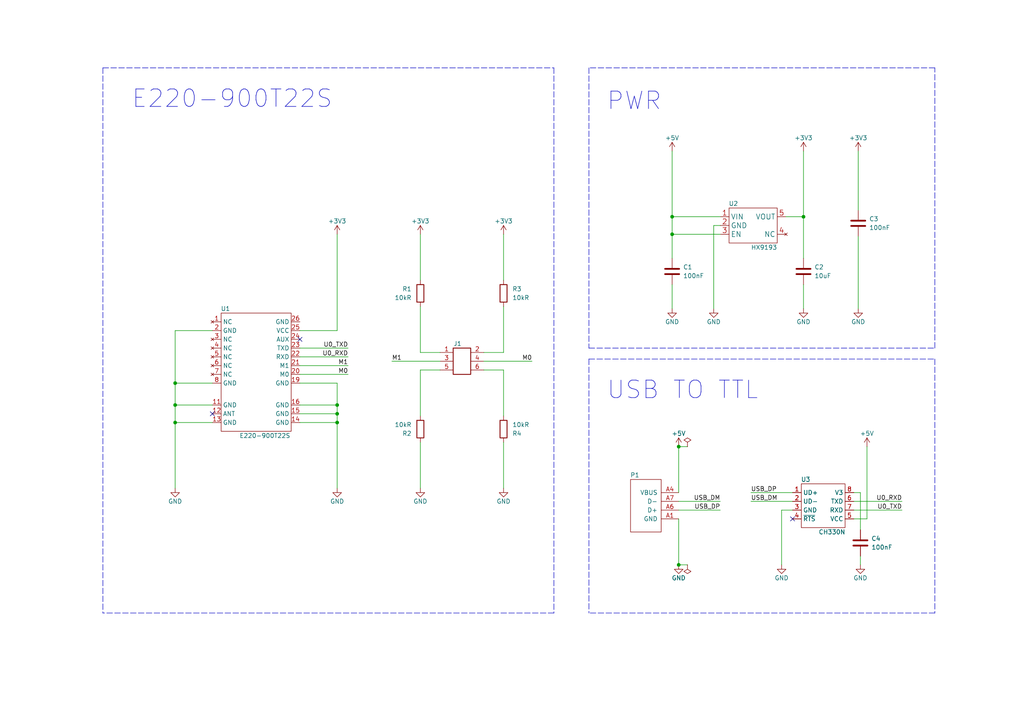
<source format=kicad_sch>
(kicad_sch (version 20211123) (generator eeschema)
  (paper "A4")
  (title_block (title "UART TT PC") (date "2022-03-10") (rev "1.0.1"))
  (lib_symbols
    (symbol "Connector:USB_C_Plug_USB2.0" (pin_names (offset 1.016))
      (property "Reference" "P" (at 0 16.51 0))
      (property "Value" "USB_C_Plug_USB2.0" (at 19.05 -1.27 0))
      (symbol "USB_C_Plug_USB2.0_0_0"
        (pin no_connect line (at -2.54 11.43 0) (length 2.54) hide (name "NC") (number "A5"))
        (pin no_connect line (at -2.54 8.89 0) (length 2.54) hide (name "NC") (number "A8"))
        (pin no_connect line (at -2.54 6.35 0) (length 2.54) hide (name "NC") (number "B5"))
        (pin no_connect line (at -2.54 3.81 0) (length 2.54) hide (name "NC") (number "B8"))
      )
      (symbol "USB_C_Plug_USB2.0_0_1"
        (rectangle (start 0 15.24) (end 8.89 0))
      )
      (symbol "USB_C_Plug_USB2.0_1_1"
        (pin passive line (at 13.97 3.81 180) (length 5.08) (name "GND") (number "A1"))
        (pin passive line (at 13.97 3.81 180) (length 5.08) hide (name "GND") (number "A12"))
        (pin passive line (at 13.97 11.43 180) (length 5.08) (name "VBUS") (number "A4"))
        (pin bidirectional line (at 13.97 6.35 180) (length 5.08) (name "D+") (number "A6"))
        (pin bidirectional line (at 13.97 8.89 180) (length 5.08) (name "D-") (number "A7"))
        (pin passive line (at 13.97 11.43 180) (length 5.08) hide (name "VBUS") (number "A9"))
        (pin passive line (at 13.97 3.81 180) (length 5.08) hide (name "GND") (number "B1"))
        (pin passive line (at 13.97 3.81 180) (length 5.08) hide (name "GND") (number "B12"))
        (pin passive line (at 13.97 11.43 180) (length 5.08) hide (name "VBUS") (number "B4"))
        (pin bidirectional line (at 13.97 6.35 180) (length 5.08) hide (name "D+") (number "B6"))
        (pin bidirectional line (at 13.97 8.89 180) (length 5.08) hide (name "D-") (number "B7"))
        (pin passive line (at 13.97 11.43 180) (length 5.08) hide (name "VBUS") (number "B9"))
      )
    )
    (symbol "Connector_Generic:Conn_02x03_Odd_Even" (pin_names (offset 1.016) hide)
      (property "Reference" "J" (at 1.27 5.08 0))
      (property "Value" "Conn_02x03_Odd_Even" (at 1.27 -5.08 0))
      (symbol "Conn_02x03_Odd_Even_1_1"
        (rectangle (start -1.27 3.81) (end 3.81 -3.81) (stroke (width 0.254)))
        (pin passive line (at -5.08 2.54 0) (length 3.81) (name "Pin_1") (number "1"))
        (pin passive line (at 7.62 2.54 180) (length 3.81) (name "Pin_2") (number "2"))
        (pin passive line (at -5.08 0 0) (length 3.81) (name "Pin_3") (number "3"))
        (pin passive line (at 7.62 0 180) (length 3.81) (name "Pin_4") (number "4"))
        (pin passive line (at -5.08 -2.54 0) (length 3.81) (name "Pin_5") (number "5"))
        (pin passive line (at 7.62 -2.54 180) (length 3.81) (name "Pin_6") (number "6"))
      )
    )
    (symbol "Device:C" (pin_numbers hide) (pin_names (offset 0.254))
      (property "Reference" "C" (at 0.635 2.54 0))
      (property "Value" "C" (at 0.635 -2.54 0))
      (symbol "C_0_1"
        (polyline (pts (xy -2.032 -0.762) (xy 2.032 -0.762)) (stroke (width 0.508)))
        (polyline (pts (xy -2.032 0.762) (xy 2.032 0.762)) (stroke (width 0.508)))
      )
      (symbol "C_1_1"
        (pin passive line (at 0 3.81 270) (length 2.794) (name "~") (number "1"))
        (pin passive line (at 0 -3.81 90) (length 2.794) (name "~") (number "2"))
      )
    )
    (symbol "Device:R" (pin_numbers hide) (pin_names (offset 0))
      (property "Reference" "R" (at 2.032 0 90))
      (property "Value" "R" (at 0 0 90))
      (symbol "R_0_1"
        (rectangle (start -1.016 -2.54) (end 1.016 2.54) (stroke (width 0.254)))
      )
      (symbol "R_1_1"
        (pin passive line (at 0 3.81 270) (length 1.27) (name "~") (number "1"))
        (pin passive line (at 0 -3.81 90) (length 1.27) (name "~") (number "2"))
      )
    )
    (symbol "ESP8266:HX9193"
      (property "Reference" "U" (at 1.27 11.43 0))
      (property "Value" "HX9193" (at 10.16 -1.27 0))
      (symbol "HX9193_0_1"
        (rectangle (start 0 10.16) (end 13.97 0))
      )
      (symbol "HX9193_1_1"
        (pin power_in line (at -2.54 7.62 0) (length 2.54) (name "VIN") (number "1"))
        (pin power_in line (at -2.54 5.08 0) (length 2.54) (name "GND") (number "2"))
        (pin input line (at -2.54 2.54 0) (length 2.54) (name "EN") (number "3"))
        (pin no_connect line (at 16.51 2.54 180) (length 2.54) (name "NC") (number "4"))
        (pin power_out line (at 16.51 7.62 180) (length 2.54) (name "VOUT") (number "5"))
      )
    )
    (symbol "Interface_USB:CH330N"
      (property "Reference" "U" (at 0 13.97 0))
      (property "Value" "CH330N" (at 15.24 -1.27 0))
      (symbol "CH330N_0_1"
        (rectangle (start 0 12.7) (end 12.7 0))
      )
      (symbol "CH330N_1_1"
        (pin bidirectional line (at -2.54 10.16 0) (length 2.54) (name "UD+") (number "1"))
        (pin bidirectional line (at -2.54 7.62 0) (length 2.54) (name "UD-") (number "2"))
        (pin power_in line (at -2.54 5.08 0) (length 2.54) (name "GND") (number "3"))
        (pin output line (at -2.54 2.54 0) (length 2.54) (name "~{RTS}") (number "4"))
        (pin power_in line (at 15.24 2.54 180) (length 2.54) (name "VCC") (number "5"))
        (pin output line (at 15.24 7.62 180) (length 2.54) (name "TXD") (number "6"))
        (pin input line (at 15.24 5.08 180) (length 2.54) (name "RXD") (number "7"))
        (pin passive line (at 15.24 10.16 180) (length 2.54) (name "V3") (number "8"))
      )
    )
    (symbol "TTLibrary:E220-900T22S"
      (property "Reference" "U" (at 1.27 35.56 0))
      (property "Value" "E220-900T22S" (at 13.97 -1.27 0))
      (symbol "E220-900T22S_0_1"
        (rectangle (start 0 34.29) (end 20.32 0))
      )
      (symbol "E220-900T22S_1_1"
        (pin no_connect line (at -2.54 31.75 0) (length 2.54) (name "NC") (number "1"))
        (pin power_in line (at -2.54 7.62 0) (length 2.54) (name "GND") (number "11"))
        (pin bidirectional line (at -2.54 5.08 0) (length 2.54) (name "ANT") (number "12"))
        (pin power_in line (at -2.54 2.54 0) (length 2.54) (name "GND") (number "13"))
        (pin power_in line (at 22.86 2.54 180) (length 2.54) (name "GND") (number "14"))
        (pin power_in line (at 22.86 5.08 180) (length 2.54) (name "GND") (number "15"))
        (pin power_in line (at 22.86 7.62 180) (length 2.54) (name "GND") (number "16"))
        (pin power_in line (at 22.86 13.97 180) (length 2.54) (name "GND") (number "19"))
        (pin power_in line (at -2.54 29.21 0) (length 2.54) (name "GND") (number "2"))
        (pin input line (at 22.86 16.51 180) (length 2.54) (name "M0") (number "20"))
        (pin input line (at 22.86 19.05 180) (length 2.54) (name "M1") (number "21"))
        (pin input line (at 22.86 21.59 180) (length 2.54) (name "RXD") (number "22"))
        (pin output line (at 22.86 24.13 180) (length 2.54) (name "TXD") (number "23"))
        (pin output line (at 22.86 26.67 180) (length 2.54) (name "AUX") (number "24"))
        (pin power_in line (at 22.86 29.21 180) (length 2.54) (name "VCC") (number "25"))
        (pin power_in line (at 22.86 31.75 180) (length 2.54) (name "GND") (number "26"))
        (pin no_connect line (at -2.54 26.67 0) (length 2.54) (name "NC") (number "3"))
        (pin no_connect line (at -2.54 24.13 0) (length 2.54) (name "NC") (number "4"))
        (pin no_connect line (at -2.54 21.59 0) (length 2.54) (name "NC") (number "5"))
        (pin no_connect line (at -2.54 19.05 0) (length 2.54) (name "NC") (number "6"))
        (pin no_connect line (at -2.54 16.51 0) (length 2.54) (name "NC") (number "7"))
        (pin power_in line (at -2.54 13.97 0) (length 2.54) (name "GND") (number "8"))
      )
    )
    (symbol "power:+3.3V" (power) (pin_names (offset 0))
      (property "Value" "+3.3V" (at 0 3.556 0))
      (symbol "+3.3V_0_1"
        (polyline (pts (xy -0.762 1.27) (xy 0 2.54)))
        (polyline (pts (xy 0 0) (xy 0 2.54)))
        (polyline (pts (xy 0 2.54) (xy 0.762 1.27)))
      )
      (symbol "+3.3V_1_1"
        (pin power_in line (at 0 0 90) (length 0) hide (name "+3V3") (number "1"))
      )
    )
    (symbol "power:+5V" (power) (pin_names (offset 0))
      (property "Value" "+5V" (at 0 3.556 0))
      (symbol "+5V_0_1"
        (polyline (pts (xy -0.762 1.27) (xy 0 2.54)))
        (polyline (pts (xy 0 0) (xy 0 2.54)))
        (polyline (pts (xy 0 2.54) (xy 0.762 1.27)))
      )
      (symbol "+5V_1_1"
        (pin power_in line (at 0 0 90) (length 0) hide (name "+5V") (number "1"))
      )
    )
    (symbol "power:GND" (power) (pin_names (offset 0))
      (property "Value" "GND" (at 0 -3.81 0))
      (symbol "GND_0_1"
        (polyline (pts (xy 0 0) (xy 0 -1.27) (xy 1.27 -1.27) (xy 0 -2.54) (xy -1.27 -1.27) (xy 0 -1.27)))
      )
      (symbol "GND_1_1"
        (pin power_in line (at 0 0 270) (length 0) hide (name "GND") (number "1"))
      )
    )
    (symbol "power:PWR_FLAG" (power) (pin_numbers hide) (pin_names (offset 0) hide)
      (property "Value" "PWR_FLAG" (at 0 3.81 0))
      (symbol "PWR_FLAG_0_0"
        (pin power_out line (at 0 0 90) (length 0) (name "pwr") (number "1"))
      )
      (symbol "PWR_FLAG_0_1"
        (polyline (pts (xy 0 0) (xy 0 1.27) (xy -1.016 1.905) (xy 0 2.54) (xy 1.016 1.905) (xy 0 1.27)))
      )
    )
  )
  (junction (at 194.945 62.865))
  (junction (at 194.945 67.945))
  (junction (at 196.85 163.83))
  (junction (at 97.79 117.475))
  (junction (at 50.8 122.555))
  (junction (at 50.8 117.475))
  (junction (at 50.8 111.125))
  (junction (at 233.045 62.865))
  (junction (at 97.79 120.015))
  (junction (at 196.85 129.54))
  (junction (at 97.79 122.555))
  (no_connect (at 61.595 120.015))
  (no_connect (at 86.995 98.425))
  (no_connect (at 229.87 150.495))
  (wire (pts (xy 97.79 111.125) (xy 97.79 117.475)))
  (wire (pts (xy 196.85 147.955) (xy 208.915 147.955)))
  (wire (pts (xy 248.92 43.815) (xy 248.92 60.96)))
  (wire (pts (xy 121.92 88.9) (xy 121.92 102.235)))
  (polyline (pts (xy 170.815 104.14) (xy 170.815 177.8)))
  (wire (pts (xy 217.805 145.415) (xy 229.87 145.415)))
  (wire (pts (xy 248.92 68.58) (xy 248.92 89.535)))
  (wire (pts (xy 86.995 100.965) (xy 100.965 100.965)))
  (wire (pts (xy 196.85 145.415) (xy 208.915 145.415)))
  (wire (pts (xy 194.945 62.865) (xy 194.945 67.945)))
  (wire (pts (xy 146.05 88.9) (xy 146.05 102.235)))
  (wire (pts (xy 61.595 111.125) (xy 50.8 111.125)))
  (wire (pts (xy 50.8 95.885) (xy 50.8 111.125)))
  (wire (pts (xy 86.995 108.585) (xy 100.965 108.585)))
  (wire (pts (xy 217.805 142.875) (xy 229.87 142.875)))
  (wire (pts (xy 86.995 95.885) (xy 97.79 95.885)))
  (wire (pts (xy 233.045 62.865) (xy 233.045 74.93)))
  (polyline (pts (xy 271.145 19.685) (xy 170.815 19.685)))
  (wire (pts (xy 97.79 122.555) (xy 97.79 141.605)))
  (wire (pts (xy 97.79 95.885) (xy 97.79 67.945)))
  (wire (pts (xy 86.995 106.045) (xy 100.965 106.045)))
  (wire (pts (xy 121.92 128.27) (xy 121.92 141.605)))
  (wire (pts (xy 97.79 120.015) (xy 97.79 122.555)))
  (wire (pts (xy 233.045 62.865) (xy 233.045 43.815)))
  (wire (pts (xy 207.01 65.405) (xy 207.01 89.535)))
  (polyline (pts (xy 29.845 19.685) (xy 160.655 19.685)))
  (wire (pts (xy 50.8 111.125) (xy 50.8 117.475)))
  (wire (pts (xy 249.555 142.875) (xy 249.555 153.67)))
  (wire (pts (xy 61.595 122.555) (xy 50.8 122.555)))
  (wire (pts (xy 247.65 147.955) (xy 261.62 147.955)))
  (wire (pts (xy 194.945 62.865) (xy 208.915 62.865)))
  (wire (pts (xy 196.85 129.54) (xy 199.39 129.54)))
  (wire (pts (xy 113.665 104.775) (xy 127.635 104.775)))
  (wire (pts (xy 196.85 150.495) (xy 196.85 163.83)))
  (polyline (pts (xy 271.145 100.965) (xy 271.145 19.685)))
  (wire (pts (xy 121.92 67.945) (xy 121.92 81.28)))
  (wire (pts (xy 196.85 129.54) (xy 196.85 142.875)))
  (wire (pts (xy 227.965 62.865) (xy 233.045 62.865)))
  (polyline (pts (xy 271.145 104.14) (xy 271.145 177.8)))
  (wire (pts (xy 226.695 147.955) (xy 229.87 147.955)))
  (wire (pts (xy 208.915 65.405) (xy 207.01 65.405)))
  (wire (pts (xy 194.945 67.945) (xy 194.945 74.93)))
  (wire (pts (xy 233.045 82.55) (xy 233.045 89.535)))
  (wire (pts (xy 121.92 107.315) (xy 127.635 107.315)))
  (wire (pts (xy 251.46 129.54) (xy 251.46 150.495)))
  (wire (pts (xy 50.8 117.475) (xy 50.8 122.555)))
  (wire (pts (xy 146.05 102.235) (xy 140.335 102.235)))
  (wire (pts (xy 86.995 120.015) (xy 97.79 120.015)))
  (wire (pts (xy 86.995 122.555) (xy 97.79 122.555)))
  (wire (pts (xy 86.995 103.505) (xy 100.965 103.505)))
  (polyline (pts (xy 160.655 19.685) (xy 160.655 177.8)))
  (wire (pts (xy 121.92 102.235) (xy 127.635 102.235)))
  (wire (pts (xy 86.995 117.475) (xy 97.79 117.475)))
  (wire (pts (xy 251.46 150.495) (xy 247.65 150.495)))
  (polyline (pts (xy 170.815 100.965) (xy 271.145 100.965)))
  (wire (pts (xy 247.65 145.415) (xy 261.62 145.415)))
  (wire (pts (xy 226.695 163.83) (xy 226.695 147.955)))
  (wire (pts (xy 61.595 95.885) (xy 50.8 95.885)))
  (wire (pts (xy 146.05 67.945) (xy 146.05 81.28)))
  (polyline (pts (xy 271.145 177.8) (xy 170.815 177.8)))
  (wire (pts (xy 50.8 122.555) (xy 50.8 141.605)))
  (wire (pts (xy 146.05 128.27) (xy 146.05 141.605)))
  (wire (pts (xy 121.92 120.65) (xy 121.92 107.315)))
  (polyline (pts (xy 29.845 19.685) (xy 29.845 177.8)))
  (wire (pts (xy 194.945 43.815) (xy 194.945 62.865)))
  (wire (pts (xy 249.555 161.29) (xy 249.555 163.83)))
  (wire (pts (xy 140.335 104.775) (xy 154.305 104.775)))
  (wire (pts (xy 97.79 117.475) (xy 97.79 120.015)))
  (wire (pts (xy 247.65 142.875) (xy 249.555 142.875)))
  (wire (pts (xy 86.995 111.125) (xy 97.79 111.125)))
  (wire (pts (xy 146.05 107.315) (xy 140.335 107.315)))
  (wire (pts (xy 194.945 67.945) (xy 208.915 67.945)))
  (polyline (pts (xy 170.815 104.14) (xy 271.145 104.14)))
  (polyline (pts (xy 170.815 19.685) (xy 170.815 100.965)))
  (polyline (pts (xy 160.655 177.8) (xy 29.845 177.8)))
  (wire (pts (xy 196.85 163.83) (xy 199.39 163.83)))
  (wire (pts (xy 146.05 120.65) (xy 146.05 107.315)))
  (wire (pts (xy 61.595 117.475) (xy 50.8 117.475)))
  (wire (pts (xy 194.945 82.55) (xy 194.945 89.535)))
  (text "PWR" (at 175.895 32.385 0) (effects (font (size 5.08 5.08)) (justify left bottom)))
  (text "USB TO TTL" (at 175.895 116.205 0) (effects (font (size 5.08 5.08)) (justify left bottom)))
  (text "E220-900T22S" (at 38.1 31.75 0) (effects (font (size 5.08 5.08)) (justify left bottom)))
  (label "USB_DM" (at 217.805 145.415 0))
  (label "U0_TXD" (at 261.62 147.955 180))
  (label "USB_DM" (at 208.915 145.415 180))
  (label "M0" (at 100.965 108.585 180))
  (label "USB_DP" (at 217.805 142.875 0))
  (label "USB_DP" (at 208.915 147.955 180))
  (label "M1" (at 113.665 104.775 0))
  (label "M0" (at 154.305 104.775 180))
  (label "U0_RXD" (at 100.965 103.505 180))
  (label "U0_TXD" (at 100.965 100.965 180))
  (label "U0_RXD" (at 261.62 145.415 180))
  (label "M1" (at 100.965 106.045 180))
  (symbol (lib_id "Device:C") (at 249.555 157.48 0) (unit 1)
    (property "Reference" "C4" (at 252.73 156.2099 0) (effects (justify left)))
    (property "Value" "100nF" (at 252.73 158.7499 0) (effects (justify left)))
    (property "Footprint" "TTLibrary:C_0603_1608Metric" (effects hide))
  )
  (symbol (lib_id "power:+5V") (at 194.945 43.815 0) (unit 1)
    (property "Reference" "#PWR08" (effects hide))
    (property "Value" "+5V" (at 194.945 40.005 0))
  )
  (symbol (lib_id "Device:C") (at 194.945 78.74 0) (unit 1)
    (property "Reference" "C1" (at 198.12 77.4699 0) (effects (justify left)))
    (property "Value" "100nF" (at 198.12 80.0099 0) (effects (justify left)))
    (property "Footprint" "TTLibrary:C_0603_1608Metric" (effects hide))
  )
  (symbol (lib_id "power:GND") (at 146.05 141.605 0) (unit 1)
    (property "Reference" "#PWR07" (effects hide))
    (property "Value" "GND" (at 146.05 145.415 0))
  )
  (symbol (lib_id "power:GND") (at 196.85 163.83 0) (unit 1)
    (property "Reference" "#PWR011" (effects hide))
    (property "Value" "GND" (at 196.85 167.64 0))
  )
  (symbol (lib_id "Device:R") (at 146.05 85.09 0) (unit 1)
    (property "Reference" "R3" (at 148.59 83.8199 0) (effects (justify left)))
    (property "Value" "10kR" (at 148.59 86.3599 0) (effects (justify left)))
    (property "Footprint" "TTLibrary:R_0603_1608Metric" (effects hide))
  )
  (symbol (lib_id "power:GND") (at 233.045 89.535 0) (unit 1)
    (property "Reference" "#PWR015" (effects hide))
    (property "Value" "GND" (at 233.045 93.345 0))
  )
  (symbol (lib_id "power:GND") (at 50.8 141.605 0) (mirror y) (unit 1)
    (property "Reference" "#PWR01" (effects hide))
    (property "Value" "GND" (at 50.8 145.415 0))
  )
  (symbol (lib_id "Device:C") (at 248.92 64.77 0) (unit 1)
    (property "Reference" "C3" (at 252.095 63.4999 0) (effects (justify left)))
    (property "Value" "100nF" (at 252.095 66.0399 0) (effects (justify left)))
    (property "Footprint" "TTLibrary:C_0603_1608Metric" (effects hide))
  )
  (symbol (lib_id "Connector:USB_C_Plug_USB2.0") (at 182.88 154.305 0) (unit 1)
    (property "Reference" "P1" (at 184.15 137.795 0))
    (property "Value" "USB_C_Plug_USB2.0" (effects hide))
    (property "Footprint" "TTLibrary:USB_C_Receptacle_HRO_TYPE-C-31-M-12" (effects hide))
    (property "Datasheet" "https://www.usb.org/sites/default/files/documents/usb_type-c.zip" (effects hide))
  )
  (symbol (lib_id "power:GND") (at 121.92 141.605 0) (unit 1)
    (property "Reference" "#PWR05" (effects hide))
    (property "Value" "GND" (at 121.92 145.415 0))
  )
  (symbol (lib_id "power:GND") (at 249.555 163.83 0) (unit 1)
    (property "Reference" "#PWR018" (effects hide))
    (property "Value" "GND" (at 249.555 167.64 0))
  )
  (symbol (lib_id "power:+3.3V") (at 233.045 43.815 0) (unit 1)
    (property "Reference" "#PWR014" (effects hide))
    (property "Value" "+3.3V" (at 233.045 40.005 0))
  )
  (symbol (lib_id "power:PWR_FLAG") (at 199.39 163.83 180) (unit 1)
    (property "Reference" "#FLG02" (effects hide))
    (property "Value" "PWR_FLAG" (effects hide))
  )
  (symbol (lib_id "power:GND") (at 97.79 141.605 0) (unit 1)
    (property "Reference" "#PWR03" (effects hide))
    (property "Value" "GND" (at 97.79 145.415 0))
  )
  (symbol (lib_id "power:+5V") (at 196.85 129.54 0) (unit 1)
    (property "Reference" "#PWR010" (effects hide))
    (property "Value" "+5V" (at 196.85 125.73 0))
  )
  (symbol (lib_id "power:GND") (at 248.92 89.535 0) (unit 1)
    (property "Reference" "#PWR017" (effects hide))
    (property "Value" "GND" (at 248.92 93.345 0))
  )
  (symbol (lib_id "Device:R") (at 146.05 124.46 0) (mirror x) (unit 1)
    (property "Reference" "R4" (at 148.59 125.7301 0) (effects (justify left)))
    (property "Value" "10kR" (at 148.59 123.1901 0) (effects (justify left)))
    (property "Footprint" "TTLibrary:R_0603_1608Metric" (effects hide))
  )
  (symbol (lib_id "Device:R") (at 121.92 85.09 0) (mirror y) (unit 1)
    (property "Reference" "R1" (at 119.38 83.8199 0) (effects (justify left)))
    (property "Value" "10kR" (at 119.38 86.3599 0) (effects (justify left)))
    (property "Footprint" "TTLibrary:R_0603_1608Metric" (effects hide))
  )
  (symbol (lib_id "power:+3.3V") (at 248.92 43.815 0) (unit 1)
    (property "Reference" "#PWR016" (effects hide))
    (property "Value" "+3.3V" (at 248.92 40.005 0))
  )
  (symbol (lib_id "power:GND") (at 207.01 89.535 0) (unit 1)
    (property "Reference" "#PWR012" (effects hide))
    (property "Value" "GND" (at 207.01 93.345 0))
  )
  (symbol (lib_id "power:+3.3V") (at 97.79 67.945 0) (unit 1)
    (property "Reference" "#PWR02" (effects hide))
    (property "Value" "+3.3V" (at 97.79 64.135 0))
  )
  (symbol (lib_id "Device:C") (at 233.045 78.74 0) (unit 1)
    (property "Reference" "C2" (at 236.22 77.4699 0) (effects (justify left)))
    (property "Value" "10uF" (at 236.22 80.0099 0) (effects (justify left)))
    (property "Footprint" "TTLibrary:C_0603_1608Metric" (effects hide))
  )
  (symbol (lib_id "power:+3.3V") (at 146.05 67.945 0) (unit 1)
    (property "Reference" "#PWR06" (effects hide))
    (property "Value" "+3.3V" (at 146.05 64.135 0))
  )
  (symbol (lib_id "power:+3.3V") (at 121.92 67.945 0) (unit 1)
    (property "Reference" "#PWR04" (effects hide))
    (property "Value" "+3.3V" (at 121.92 64.135 0))
  )
  (symbol (lib_id "power:GND") (at 194.945 89.535 0) (unit 1)
    (property "Reference" "#PWR09" (effects hide))
    (property "Value" "GND" (at 194.945 93.345 0))
  )
  (symbol (lib_id "TTLibrary:E220-900T22S") (at 64.135 125.095 0) (unit 1)
    (property "Reference" "U1" (at 65.405 89.535 0))
    (property "Value" "E220-900T22S" (at 76.835 126.365 0))
    (property "Footprint" "TTLibrary:E220-900T22S" (effects hide))
  )
  (symbol (lib_id "Connector_Generic:Conn_02x03_Odd_Even") (at 132.715 104.775 0) (unit 1)
    (property "Reference" "J1" (at 132.715 99.695 0))
    (property "Value" "Conn_02x03_Odd_Even" (effects hide))
    (property "Footprint" "TTLibrary:PinHeader_2x03_P2.54mm_Vertical" (effects hide))
  )
  (symbol (lib_id "power:+5V") (at 251.46 129.54 0) (unit 1)
    (property "Reference" "#PWR019" (effects hide))
    (property "Value" "+5V" (at 251.46 125.73 0))
  )
  (symbol (lib_id "Interface_USB:CH330N") (at 232.41 153.035 0) (unit 1)
    (property "Reference" "U3" (at 233.68 139.065 0))
    (property "Value" "CH330N" (at 241.3 154.305 0))
    (property "Footprint" "TTLibrary:SOIC-8_3.9x4.9mm_P1.27mm" (effects hide))
    (property "Datasheet" "http://www.wch.cn/downloads/file/240.html" (effects hide))
  )
  (symbol (lib_id "power:GND") (at 226.695 163.83 0) (unit 1)
    (property "Reference" "#PWR013" (effects hide))
    (property "Value" "GND" (at 226.695 167.64 0))
  )
  (symbol (lib_id "ESP8266:HX9193") (at 211.455 70.485 0) (unit 1)
    (property "Reference" "U2" (at 212.725 59.055 0))
    (property "Value" "HX9193" (at 221.615 71.755 0))
    (property "Footprint" "TTLibrary:SOT-23-5" (effects hide))
  )
  (symbol (lib_id "Device:R") (at 121.92 124.46 180) (unit 1)
    (property "Reference" "R2" (at 119.38 125.7301 0) (effects (justify left)))
    (property "Value" "10kR" (at 119.38 123.1901 0) (effects (justify left)))
    (property "Footprint" "TTLibrary:R_0603_1608Metric" (effects hide))
  )
  (symbol (lib_id "power:PWR_FLAG") (at 199.39 129.54 0) (unit 1)
    (property "Reference" "#FLG01" (effects hide))
    (property "Value" "PWR_FLAG" (effects hide))
  )
)
</source>
